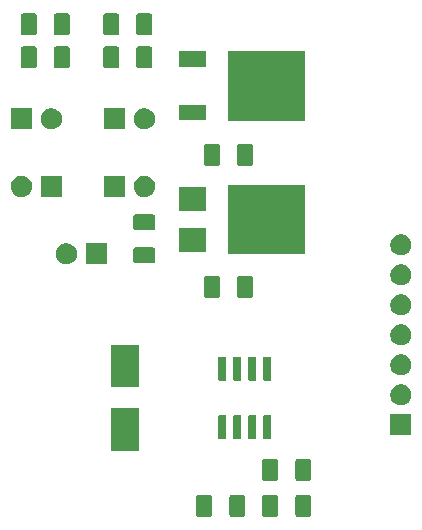
<source format=gbr>
G04 #@! TF.GenerationSoftware,KiCad,Pcbnew,5.1.5-1.fc30*
G04 #@! TF.CreationDate,2020-12-14T14:28:47-06:00*
G04 #@! TF.ProjectId,auxiliary_power,61757869-6c69-4617-9279-5f706f776572,rev?*
G04 #@! TF.SameCoordinates,Original*
G04 #@! TF.FileFunction,Soldermask,Bot*
G04 #@! TF.FilePolarity,Negative*
%FSLAX46Y46*%
G04 Gerber Fmt 4.6, Leading zero omitted, Abs format (unit mm)*
G04 Created by KiCad (PCBNEW 5.1.5-1.fc30) date 2020-12-14 14:28:47*
%MOMM*%
%LPD*%
G04 APERTURE LIST*
%ADD10C,0.100000*%
G04 APERTURE END LIST*
D10*
G36*
X108465604Y-114140347D02*
G01*
X108502144Y-114151432D01*
X108535821Y-114169433D01*
X108565341Y-114193659D01*
X108589567Y-114223179D01*
X108607568Y-114256856D01*
X108618653Y-114293396D01*
X108623000Y-114337538D01*
X108623000Y-115786462D01*
X108618653Y-115830604D01*
X108607568Y-115867144D01*
X108589567Y-115900821D01*
X108565341Y-115930341D01*
X108535821Y-115954567D01*
X108502144Y-115972568D01*
X108465604Y-115983653D01*
X108421462Y-115988000D01*
X107472538Y-115988000D01*
X107428396Y-115983653D01*
X107391856Y-115972568D01*
X107358179Y-115954567D01*
X107328659Y-115930341D01*
X107304433Y-115900821D01*
X107286432Y-115867144D01*
X107275347Y-115830604D01*
X107271000Y-115786462D01*
X107271000Y-114337538D01*
X107275347Y-114293396D01*
X107286432Y-114256856D01*
X107304433Y-114223179D01*
X107328659Y-114193659D01*
X107358179Y-114169433D01*
X107391856Y-114151432D01*
X107428396Y-114140347D01*
X107472538Y-114136000D01*
X108421462Y-114136000D01*
X108465604Y-114140347D01*
G37*
G36*
X114053604Y-114140347D02*
G01*
X114090144Y-114151432D01*
X114123821Y-114169433D01*
X114153341Y-114193659D01*
X114177567Y-114223179D01*
X114195568Y-114256856D01*
X114206653Y-114293396D01*
X114211000Y-114337538D01*
X114211000Y-115786462D01*
X114206653Y-115830604D01*
X114195568Y-115867144D01*
X114177567Y-115900821D01*
X114153341Y-115930341D01*
X114123821Y-115954567D01*
X114090144Y-115972568D01*
X114053604Y-115983653D01*
X114009462Y-115988000D01*
X113060538Y-115988000D01*
X113016396Y-115983653D01*
X112979856Y-115972568D01*
X112946179Y-115954567D01*
X112916659Y-115930341D01*
X112892433Y-115900821D01*
X112874432Y-115867144D01*
X112863347Y-115830604D01*
X112859000Y-115786462D01*
X112859000Y-114337538D01*
X112863347Y-114293396D01*
X112874432Y-114256856D01*
X112892433Y-114223179D01*
X112916659Y-114193659D01*
X112946179Y-114169433D01*
X112979856Y-114151432D01*
X113016396Y-114140347D01*
X113060538Y-114136000D01*
X114009462Y-114136000D01*
X114053604Y-114140347D01*
G37*
G36*
X116853604Y-114140347D02*
G01*
X116890144Y-114151432D01*
X116923821Y-114169433D01*
X116953341Y-114193659D01*
X116977567Y-114223179D01*
X116995568Y-114256856D01*
X117006653Y-114293396D01*
X117011000Y-114337538D01*
X117011000Y-115786462D01*
X117006653Y-115830604D01*
X116995568Y-115867144D01*
X116977567Y-115900821D01*
X116953341Y-115930341D01*
X116923821Y-115954567D01*
X116890144Y-115972568D01*
X116853604Y-115983653D01*
X116809462Y-115988000D01*
X115860538Y-115988000D01*
X115816396Y-115983653D01*
X115779856Y-115972568D01*
X115746179Y-115954567D01*
X115716659Y-115930341D01*
X115692433Y-115900821D01*
X115674432Y-115867144D01*
X115663347Y-115830604D01*
X115659000Y-115786462D01*
X115659000Y-114337538D01*
X115663347Y-114293396D01*
X115674432Y-114256856D01*
X115692433Y-114223179D01*
X115716659Y-114193659D01*
X115746179Y-114169433D01*
X115779856Y-114151432D01*
X115816396Y-114140347D01*
X115860538Y-114136000D01*
X116809462Y-114136000D01*
X116853604Y-114140347D01*
G37*
G36*
X111265604Y-114140347D02*
G01*
X111302144Y-114151432D01*
X111335821Y-114169433D01*
X111365341Y-114193659D01*
X111389567Y-114223179D01*
X111407568Y-114256856D01*
X111418653Y-114293396D01*
X111423000Y-114337538D01*
X111423000Y-115786462D01*
X111418653Y-115830604D01*
X111407568Y-115867144D01*
X111389567Y-115900821D01*
X111365341Y-115930341D01*
X111335821Y-115954567D01*
X111302144Y-115972568D01*
X111265604Y-115983653D01*
X111221462Y-115988000D01*
X110272538Y-115988000D01*
X110228396Y-115983653D01*
X110191856Y-115972568D01*
X110158179Y-115954567D01*
X110128659Y-115930341D01*
X110104433Y-115900821D01*
X110086432Y-115867144D01*
X110075347Y-115830604D01*
X110071000Y-115786462D01*
X110071000Y-114337538D01*
X110075347Y-114293396D01*
X110086432Y-114256856D01*
X110104433Y-114223179D01*
X110128659Y-114193659D01*
X110158179Y-114169433D01*
X110191856Y-114151432D01*
X110228396Y-114140347D01*
X110272538Y-114136000D01*
X111221462Y-114136000D01*
X111265604Y-114140347D01*
G37*
G36*
X116853604Y-111092347D02*
G01*
X116890144Y-111103432D01*
X116923821Y-111121433D01*
X116953341Y-111145659D01*
X116977567Y-111175179D01*
X116995568Y-111208856D01*
X117006653Y-111245396D01*
X117011000Y-111289538D01*
X117011000Y-112738462D01*
X117006653Y-112782604D01*
X116995568Y-112819144D01*
X116977567Y-112852821D01*
X116953341Y-112882341D01*
X116923821Y-112906567D01*
X116890144Y-112924568D01*
X116853604Y-112935653D01*
X116809462Y-112940000D01*
X115860538Y-112940000D01*
X115816396Y-112935653D01*
X115779856Y-112924568D01*
X115746179Y-112906567D01*
X115716659Y-112882341D01*
X115692433Y-112852821D01*
X115674432Y-112819144D01*
X115663347Y-112782604D01*
X115659000Y-112738462D01*
X115659000Y-111289538D01*
X115663347Y-111245396D01*
X115674432Y-111208856D01*
X115692433Y-111175179D01*
X115716659Y-111145659D01*
X115746179Y-111121433D01*
X115779856Y-111103432D01*
X115816396Y-111092347D01*
X115860538Y-111088000D01*
X116809462Y-111088000D01*
X116853604Y-111092347D01*
G37*
G36*
X114053604Y-111092347D02*
G01*
X114090144Y-111103432D01*
X114123821Y-111121433D01*
X114153341Y-111145659D01*
X114177567Y-111175179D01*
X114195568Y-111208856D01*
X114206653Y-111245396D01*
X114211000Y-111289538D01*
X114211000Y-112738462D01*
X114206653Y-112782604D01*
X114195568Y-112819144D01*
X114177567Y-112852821D01*
X114153341Y-112882341D01*
X114123821Y-112906567D01*
X114090144Y-112924568D01*
X114053604Y-112935653D01*
X114009462Y-112940000D01*
X113060538Y-112940000D01*
X113016396Y-112935653D01*
X112979856Y-112924568D01*
X112946179Y-112906567D01*
X112916659Y-112882341D01*
X112892433Y-112852821D01*
X112874432Y-112819144D01*
X112863347Y-112782604D01*
X112859000Y-112738462D01*
X112859000Y-111289538D01*
X112863347Y-111245396D01*
X112874432Y-111208856D01*
X112892433Y-111175179D01*
X112916659Y-111145659D01*
X112946179Y-111121433D01*
X112979856Y-111103432D01*
X113016396Y-111092347D01*
X113060538Y-111088000D01*
X114009462Y-111088000D01*
X114053604Y-111092347D01*
G37*
G36*
X102420000Y-110419000D02*
G01*
X100018000Y-110419000D01*
X100018000Y-106817000D01*
X102420000Y-106817000D01*
X102420000Y-110419000D01*
G37*
G36*
X113543928Y-107369764D02*
G01*
X113565009Y-107376160D01*
X113584445Y-107386548D01*
X113601476Y-107400524D01*
X113615452Y-107417555D01*
X113625840Y-107436991D01*
X113632236Y-107458072D01*
X113635000Y-107486140D01*
X113635000Y-109299860D01*
X113632236Y-109327928D01*
X113625840Y-109349009D01*
X113615452Y-109368445D01*
X113601476Y-109385476D01*
X113584445Y-109399452D01*
X113565009Y-109409840D01*
X113543928Y-109416236D01*
X113515860Y-109419000D01*
X113052140Y-109419000D01*
X113024072Y-109416236D01*
X113002991Y-109409840D01*
X112983555Y-109399452D01*
X112966524Y-109385476D01*
X112952548Y-109368445D01*
X112942160Y-109349009D01*
X112935764Y-109327928D01*
X112933000Y-109299860D01*
X112933000Y-107486140D01*
X112935764Y-107458072D01*
X112942160Y-107436991D01*
X112952548Y-107417555D01*
X112966524Y-107400524D01*
X112983555Y-107386548D01*
X113002991Y-107376160D01*
X113024072Y-107369764D01*
X113052140Y-107367000D01*
X113515860Y-107367000D01*
X113543928Y-107369764D01*
G37*
G36*
X109733928Y-107369764D02*
G01*
X109755009Y-107376160D01*
X109774445Y-107386548D01*
X109791476Y-107400524D01*
X109805452Y-107417555D01*
X109815840Y-107436991D01*
X109822236Y-107458072D01*
X109825000Y-107486140D01*
X109825000Y-109299860D01*
X109822236Y-109327928D01*
X109815840Y-109349009D01*
X109805452Y-109368445D01*
X109791476Y-109385476D01*
X109774445Y-109399452D01*
X109755009Y-109409840D01*
X109733928Y-109416236D01*
X109705860Y-109419000D01*
X109242140Y-109419000D01*
X109214072Y-109416236D01*
X109192991Y-109409840D01*
X109173555Y-109399452D01*
X109156524Y-109385476D01*
X109142548Y-109368445D01*
X109132160Y-109349009D01*
X109125764Y-109327928D01*
X109123000Y-109299860D01*
X109123000Y-107486140D01*
X109125764Y-107458072D01*
X109132160Y-107436991D01*
X109142548Y-107417555D01*
X109156524Y-107400524D01*
X109173555Y-107386548D01*
X109192991Y-107376160D01*
X109214072Y-107369764D01*
X109242140Y-107367000D01*
X109705860Y-107367000D01*
X109733928Y-107369764D01*
G37*
G36*
X111003928Y-107369764D02*
G01*
X111025009Y-107376160D01*
X111044445Y-107386548D01*
X111061476Y-107400524D01*
X111075452Y-107417555D01*
X111085840Y-107436991D01*
X111092236Y-107458072D01*
X111095000Y-107486140D01*
X111095000Y-109299860D01*
X111092236Y-109327928D01*
X111085840Y-109349009D01*
X111075452Y-109368445D01*
X111061476Y-109385476D01*
X111044445Y-109399452D01*
X111025009Y-109409840D01*
X111003928Y-109416236D01*
X110975860Y-109419000D01*
X110512140Y-109419000D01*
X110484072Y-109416236D01*
X110462991Y-109409840D01*
X110443555Y-109399452D01*
X110426524Y-109385476D01*
X110412548Y-109368445D01*
X110402160Y-109349009D01*
X110395764Y-109327928D01*
X110393000Y-109299860D01*
X110393000Y-107486140D01*
X110395764Y-107458072D01*
X110402160Y-107436991D01*
X110412548Y-107417555D01*
X110426524Y-107400524D01*
X110443555Y-107386548D01*
X110462991Y-107376160D01*
X110484072Y-107369764D01*
X110512140Y-107367000D01*
X110975860Y-107367000D01*
X111003928Y-107369764D01*
G37*
G36*
X112273928Y-107369764D02*
G01*
X112295009Y-107376160D01*
X112314445Y-107386548D01*
X112331476Y-107400524D01*
X112345452Y-107417555D01*
X112355840Y-107436991D01*
X112362236Y-107458072D01*
X112365000Y-107486140D01*
X112365000Y-109299860D01*
X112362236Y-109327928D01*
X112355840Y-109349009D01*
X112345452Y-109368445D01*
X112331476Y-109385476D01*
X112314445Y-109399452D01*
X112295009Y-109409840D01*
X112273928Y-109416236D01*
X112245860Y-109419000D01*
X111782140Y-109419000D01*
X111754072Y-109416236D01*
X111732991Y-109409840D01*
X111713555Y-109399452D01*
X111696524Y-109385476D01*
X111682548Y-109368445D01*
X111672160Y-109349009D01*
X111665764Y-109327928D01*
X111663000Y-109299860D01*
X111663000Y-107486140D01*
X111665764Y-107458072D01*
X111672160Y-107436991D01*
X111682548Y-107417555D01*
X111696524Y-107400524D01*
X111713555Y-107386548D01*
X111732991Y-107376160D01*
X111754072Y-107369764D01*
X111782140Y-107367000D01*
X112245860Y-107367000D01*
X112273928Y-107369764D01*
G37*
G36*
X125488000Y-109105000D02*
G01*
X123686000Y-109105000D01*
X123686000Y-107303000D01*
X125488000Y-107303000D01*
X125488000Y-109105000D01*
G37*
G36*
X124700512Y-104767927D02*
G01*
X124849812Y-104797624D01*
X125013784Y-104865544D01*
X125161354Y-104964147D01*
X125286853Y-105089646D01*
X125385456Y-105237216D01*
X125453376Y-105401188D01*
X125488000Y-105575259D01*
X125488000Y-105752741D01*
X125453376Y-105926812D01*
X125385456Y-106090784D01*
X125286853Y-106238354D01*
X125161354Y-106363853D01*
X125013784Y-106462456D01*
X124849812Y-106530376D01*
X124700512Y-106560073D01*
X124675742Y-106565000D01*
X124498258Y-106565000D01*
X124473488Y-106560073D01*
X124324188Y-106530376D01*
X124160216Y-106462456D01*
X124012646Y-106363853D01*
X123887147Y-106238354D01*
X123788544Y-106090784D01*
X123720624Y-105926812D01*
X123686000Y-105752741D01*
X123686000Y-105575259D01*
X123720624Y-105401188D01*
X123788544Y-105237216D01*
X123887147Y-105089646D01*
X124012646Y-104964147D01*
X124160216Y-104865544D01*
X124324188Y-104797624D01*
X124473488Y-104767927D01*
X124498258Y-104763000D01*
X124675742Y-104763000D01*
X124700512Y-104767927D01*
G37*
G36*
X102420000Y-105019000D02*
G01*
X100018000Y-105019000D01*
X100018000Y-101417000D01*
X102420000Y-101417000D01*
X102420000Y-105019000D01*
G37*
G36*
X111003928Y-102419764D02*
G01*
X111025009Y-102426160D01*
X111044445Y-102436548D01*
X111061476Y-102450524D01*
X111075452Y-102467555D01*
X111085840Y-102486991D01*
X111092236Y-102508072D01*
X111095000Y-102536140D01*
X111095000Y-104349860D01*
X111092236Y-104377928D01*
X111085840Y-104399009D01*
X111075452Y-104418445D01*
X111061476Y-104435476D01*
X111044445Y-104449452D01*
X111025009Y-104459840D01*
X111003928Y-104466236D01*
X110975860Y-104469000D01*
X110512140Y-104469000D01*
X110484072Y-104466236D01*
X110462991Y-104459840D01*
X110443555Y-104449452D01*
X110426524Y-104435476D01*
X110412548Y-104418445D01*
X110402160Y-104399009D01*
X110395764Y-104377928D01*
X110393000Y-104349860D01*
X110393000Y-102536140D01*
X110395764Y-102508072D01*
X110402160Y-102486991D01*
X110412548Y-102467555D01*
X110426524Y-102450524D01*
X110443555Y-102436548D01*
X110462991Y-102426160D01*
X110484072Y-102419764D01*
X110512140Y-102417000D01*
X110975860Y-102417000D01*
X111003928Y-102419764D01*
G37*
G36*
X112273928Y-102419764D02*
G01*
X112295009Y-102426160D01*
X112314445Y-102436548D01*
X112331476Y-102450524D01*
X112345452Y-102467555D01*
X112355840Y-102486991D01*
X112362236Y-102508072D01*
X112365000Y-102536140D01*
X112365000Y-104349860D01*
X112362236Y-104377928D01*
X112355840Y-104399009D01*
X112345452Y-104418445D01*
X112331476Y-104435476D01*
X112314445Y-104449452D01*
X112295009Y-104459840D01*
X112273928Y-104466236D01*
X112245860Y-104469000D01*
X111782140Y-104469000D01*
X111754072Y-104466236D01*
X111732991Y-104459840D01*
X111713555Y-104449452D01*
X111696524Y-104435476D01*
X111682548Y-104418445D01*
X111672160Y-104399009D01*
X111665764Y-104377928D01*
X111663000Y-104349860D01*
X111663000Y-102536140D01*
X111665764Y-102508072D01*
X111672160Y-102486991D01*
X111682548Y-102467555D01*
X111696524Y-102450524D01*
X111713555Y-102436548D01*
X111732991Y-102426160D01*
X111754072Y-102419764D01*
X111782140Y-102417000D01*
X112245860Y-102417000D01*
X112273928Y-102419764D01*
G37*
G36*
X109733928Y-102419764D02*
G01*
X109755009Y-102426160D01*
X109774445Y-102436548D01*
X109791476Y-102450524D01*
X109805452Y-102467555D01*
X109815840Y-102486991D01*
X109822236Y-102508072D01*
X109825000Y-102536140D01*
X109825000Y-104349860D01*
X109822236Y-104377928D01*
X109815840Y-104399009D01*
X109805452Y-104418445D01*
X109791476Y-104435476D01*
X109774445Y-104449452D01*
X109755009Y-104459840D01*
X109733928Y-104466236D01*
X109705860Y-104469000D01*
X109242140Y-104469000D01*
X109214072Y-104466236D01*
X109192991Y-104459840D01*
X109173555Y-104449452D01*
X109156524Y-104435476D01*
X109142548Y-104418445D01*
X109132160Y-104399009D01*
X109125764Y-104377928D01*
X109123000Y-104349860D01*
X109123000Y-102536140D01*
X109125764Y-102508072D01*
X109132160Y-102486991D01*
X109142548Y-102467555D01*
X109156524Y-102450524D01*
X109173555Y-102436548D01*
X109192991Y-102426160D01*
X109214072Y-102419764D01*
X109242140Y-102417000D01*
X109705860Y-102417000D01*
X109733928Y-102419764D01*
G37*
G36*
X113543928Y-102419764D02*
G01*
X113565009Y-102426160D01*
X113584445Y-102436548D01*
X113601476Y-102450524D01*
X113615452Y-102467555D01*
X113625840Y-102486991D01*
X113632236Y-102508072D01*
X113635000Y-102536140D01*
X113635000Y-104349860D01*
X113632236Y-104377928D01*
X113625840Y-104399009D01*
X113615452Y-104418445D01*
X113601476Y-104435476D01*
X113584445Y-104449452D01*
X113565009Y-104459840D01*
X113543928Y-104466236D01*
X113515860Y-104469000D01*
X113052140Y-104469000D01*
X113024072Y-104466236D01*
X113002991Y-104459840D01*
X112983555Y-104449452D01*
X112966524Y-104435476D01*
X112952548Y-104418445D01*
X112942160Y-104399009D01*
X112935764Y-104377928D01*
X112933000Y-104349860D01*
X112933000Y-102536140D01*
X112935764Y-102508072D01*
X112942160Y-102486991D01*
X112952548Y-102467555D01*
X112966524Y-102450524D01*
X112983555Y-102436548D01*
X113002991Y-102426160D01*
X113024072Y-102419764D01*
X113052140Y-102417000D01*
X113515860Y-102417000D01*
X113543928Y-102419764D01*
G37*
G36*
X124700512Y-102227927D02*
G01*
X124849812Y-102257624D01*
X125013784Y-102325544D01*
X125161354Y-102424147D01*
X125286853Y-102549646D01*
X125385456Y-102697216D01*
X125453376Y-102861188D01*
X125488000Y-103035259D01*
X125488000Y-103212741D01*
X125453376Y-103386812D01*
X125385456Y-103550784D01*
X125286853Y-103698354D01*
X125161354Y-103823853D01*
X125013784Y-103922456D01*
X124849812Y-103990376D01*
X124700512Y-104020073D01*
X124675742Y-104025000D01*
X124498258Y-104025000D01*
X124473488Y-104020073D01*
X124324188Y-103990376D01*
X124160216Y-103922456D01*
X124012646Y-103823853D01*
X123887147Y-103698354D01*
X123788544Y-103550784D01*
X123720624Y-103386812D01*
X123686000Y-103212741D01*
X123686000Y-103035259D01*
X123720624Y-102861188D01*
X123788544Y-102697216D01*
X123887147Y-102549646D01*
X124012646Y-102424147D01*
X124160216Y-102325544D01*
X124324188Y-102257624D01*
X124473488Y-102227927D01*
X124498258Y-102223000D01*
X124675742Y-102223000D01*
X124700512Y-102227927D01*
G37*
G36*
X124700512Y-99687927D02*
G01*
X124849812Y-99717624D01*
X125013784Y-99785544D01*
X125161354Y-99884147D01*
X125286853Y-100009646D01*
X125385456Y-100157216D01*
X125453376Y-100321188D01*
X125488000Y-100495259D01*
X125488000Y-100672741D01*
X125453376Y-100846812D01*
X125385456Y-101010784D01*
X125286853Y-101158354D01*
X125161354Y-101283853D01*
X125013784Y-101382456D01*
X124849812Y-101450376D01*
X124700512Y-101480073D01*
X124675742Y-101485000D01*
X124498258Y-101485000D01*
X124473488Y-101480073D01*
X124324188Y-101450376D01*
X124160216Y-101382456D01*
X124012646Y-101283853D01*
X123887147Y-101158354D01*
X123788544Y-101010784D01*
X123720624Y-100846812D01*
X123686000Y-100672741D01*
X123686000Y-100495259D01*
X123720624Y-100321188D01*
X123788544Y-100157216D01*
X123887147Y-100009646D01*
X124012646Y-99884147D01*
X124160216Y-99785544D01*
X124324188Y-99717624D01*
X124473488Y-99687927D01*
X124498258Y-99683000D01*
X124675742Y-99683000D01*
X124700512Y-99687927D01*
G37*
G36*
X124700512Y-97147927D02*
G01*
X124849812Y-97177624D01*
X125013784Y-97245544D01*
X125161354Y-97344147D01*
X125286853Y-97469646D01*
X125385456Y-97617216D01*
X125453376Y-97781188D01*
X125488000Y-97955259D01*
X125488000Y-98132741D01*
X125453376Y-98306812D01*
X125385456Y-98470784D01*
X125286853Y-98618354D01*
X125161354Y-98743853D01*
X125013784Y-98842456D01*
X124849812Y-98910376D01*
X124700512Y-98940073D01*
X124675742Y-98945000D01*
X124498258Y-98945000D01*
X124473488Y-98940073D01*
X124324188Y-98910376D01*
X124160216Y-98842456D01*
X124012646Y-98743853D01*
X123887147Y-98618354D01*
X123788544Y-98470784D01*
X123720624Y-98306812D01*
X123686000Y-98132741D01*
X123686000Y-97955259D01*
X123720624Y-97781188D01*
X123788544Y-97617216D01*
X123887147Y-97469646D01*
X124012646Y-97344147D01*
X124160216Y-97245544D01*
X124324188Y-97177624D01*
X124473488Y-97147927D01*
X124498258Y-97143000D01*
X124675742Y-97143000D01*
X124700512Y-97147927D01*
G37*
G36*
X111900604Y-95598347D02*
G01*
X111937144Y-95609432D01*
X111970821Y-95627433D01*
X112000341Y-95651659D01*
X112024567Y-95681179D01*
X112042568Y-95714856D01*
X112053653Y-95751396D01*
X112058000Y-95795538D01*
X112058000Y-97244462D01*
X112053653Y-97288604D01*
X112042568Y-97325144D01*
X112024567Y-97358821D01*
X112000341Y-97388341D01*
X111970821Y-97412567D01*
X111937144Y-97430568D01*
X111900604Y-97441653D01*
X111856462Y-97446000D01*
X110907538Y-97446000D01*
X110863396Y-97441653D01*
X110826856Y-97430568D01*
X110793179Y-97412567D01*
X110763659Y-97388341D01*
X110739433Y-97358821D01*
X110721432Y-97325144D01*
X110710347Y-97288604D01*
X110706000Y-97244462D01*
X110706000Y-95795538D01*
X110710347Y-95751396D01*
X110721432Y-95714856D01*
X110739433Y-95681179D01*
X110763659Y-95651659D01*
X110793179Y-95627433D01*
X110826856Y-95609432D01*
X110863396Y-95598347D01*
X110907538Y-95594000D01*
X111856462Y-95594000D01*
X111900604Y-95598347D01*
G37*
G36*
X109100604Y-95598347D02*
G01*
X109137144Y-95609432D01*
X109170821Y-95627433D01*
X109200341Y-95651659D01*
X109224567Y-95681179D01*
X109242568Y-95714856D01*
X109253653Y-95751396D01*
X109258000Y-95795538D01*
X109258000Y-97244462D01*
X109253653Y-97288604D01*
X109242568Y-97325144D01*
X109224567Y-97358821D01*
X109200341Y-97388341D01*
X109170821Y-97412567D01*
X109137144Y-97430568D01*
X109100604Y-97441653D01*
X109056462Y-97446000D01*
X108107538Y-97446000D01*
X108063396Y-97441653D01*
X108026856Y-97430568D01*
X107993179Y-97412567D01*
X107963659Y-97388341D01*
X107939433Y-97358821D01*
X107921432Y-97325144D01*
X107910347Y-97288604D01*
X107906000Y-97244462D01*
X107906000Y-95795538D01*
X107910347Y-95751396D01*
X107921432Y-95714856D01*
X107939433Y-95681179D01*
X107963659Y-95651659D01*
X107993179Y-95627433D01*
X108026856Y-95609432D01*
X108063396Y-95598347D01*
X108107538Y-95594000D01*
X109056462Y-95594000D01*
X109100604Y-95598347D01*
G37*
G36*
X124700512Y-94607927D02*
G01*
X124849812Y-94637624D01*
X125013784Y-94705544D01*
X125161354Y-94804147D01*
X125286853Y-94929646D01*
X125385456Y-95077216D01*
X125453376Y-95241188D01*
X125488000Y-95415259D01*
X125488000Y-95592741D01*
X125453376Y-95766812D01*
X125385456Y-95930784D01*
X125286853Y-96078354D01*
X125161354Y-96203853D01*
X125013784Y-96302456D01*
X124849812Y-96370376D01*
X124700512Y-96400073D01*
X124675742Y-96405000D01*
X124498258Y-96405000D01*
X124473488Y-96400073D01*
X124324188Y-96370376D01*
X124160216Y-96302456D01*
X124012646Y-96203853D01*
X123887147Y-96078354D01*
X123788544Y-95930784D01*
X123720624Y-95766812D01*
X123686000Y-95592741D01*
X123686000Y-95415259D01*
X123720624Y-95241188D01*
X123788544Y-95077216D01*
X123887147Y-94929646D01*
X124012646Y-94804147D01*
X124160216Y-94705544D01*
X124324188Y-94637624D01*
X124473488Y-94607927D01*
X124498258Y-94603000D01*
X124675742Y-94603000D01*
X124700512Y-94607927D01*
G37*
G36*
X99707000Y-94627000D02*
G01*
X97905000Y-94627000D01*
X97905000Y-92825000D01*
X99707000Y-92825000D01*
X99707000Y-94627000D01*
G37*
G36*
X96379512Y-92829927D02*
G01*
X96528812Y-92859624D01*
X96692784Y-92927544D01*
X96840354Y-93026147D01*
X96965853Y-93151646D01*
X97064456Y-93299216D01*
X97132376Y-93463188D01*
X97167000Y-93637259D01*
X97167000Y-93814741D01*
X97132376Y-93988812D01*
X97064456Y-94152784D01*
X96965853Y-94300354D01*
X96840354Y-94425853D01*
X96692784Y-94524456D01*
X96528812Y-94592376D01*
X96379512Y-94622073D01*
X96354742Y-94627000D01*
X96177258Y-94627000D01*
X96152488Y-94622073D01*
X96003188Y-94592376D01*
X95839216Y-94524456D01*
X95691646Y-94425853D01*
X95566147Y-94300354D01*
X95467544Y-94152784D01*
X95399624Y-93988812D01*
X95365000Y-93814741D01*
X95365000Y-93637259D01*
X95399624Y-93463188D01*
X95467544Y-93299216D01*
X95566147Y-93151646D01*
X95691646Y-93026147D01*
X95839216Y-92927544D01*
X96003188Y-92859624D01*
X96152488Y-92829927D01*
X96177258Y-92825000D01*
X96354742Y-92825000D01*
X96379512Y-92829927D01*
G37*
G36*
X103638604Y-93184347D02*
G01*
X103675144Y-93195432D01*
X103708821Y-93213433D01*
X103738341Y-93237659D01*
X103762567Y-93267179D01*
X103780568Y-93300856D01*
X103791653Y-93337396D01*
X103796000Y-93381538D01*
X103796000Y-94330462D01*
X103791653Y-94374604D01*
X103780568Y-94411144D01*
X103762567Y-94444821D01*
X103738341Y-94474341D01*
X103708821Y-94498567D01*
X103675144Y-94516568D01*
X103638604Y-94527653D01*
X103594462Y-94532000D01*
X102145538Y-94532000D01*
X102101396Y-94527653D01*
X102064856Y-94516568D01*
X102031179Y-94498567D01*
X102001659Y-94474341D01*
X101977433Y-94444821D01*
X101959432Y-94411144D01*
X101948347Y-94374604D01*
X101944000Y-94330462D01*
X101944000Y-93381538D01*
X101948347Y-93337396D01*
X101959432Y-93300856D01*
X101977433Y-93267179D01*
X102001659Y-93237659D01*
X102031179Y-93213433D01*
X102064856Y-93195432D01*
X102101396Y-93184347D01*
X102145538Y-93180000D01*
X103594462Y-93180000D01*
X103638604Y-93184347D01*
G37*
G36*
X124700512Y-92067927D02*
G01*
X124849812Y-92097624D01*
X125013784Y-92165544D01*
X125161354Y-92264147D01*
X125286853Y-92389646D01*
X125385456Y-92537216D01*
X125453376Y-92701188D01*
X125488000Y-92875259D01*
X125488000Y-93052741D01*
X125453376Y-93226812D01*
X125385456Y-93390784D01*
X125286853Y-93538354D01*
X125161354Y-93663853D01*
X125013784Y-93762456D01*
X124849812Y-93830376D01*
X124700512Y-93860073D01*
X124675742Y-93865000D01*
X124498258Y-93865000D01*
X124473488Y-93860073D01*
X124324188Y-93830376D01*
X124160216Y-93762456D01*
X124012646Y-93663853D01*
X123887147Y-93538354D01*
X123788544Y-93390784D01*
X123720624Y-93226812D01*
X123686000Y-93052741D01*
X123686000Y-92875259D01*
X123720624Y-92701188D01*
X123788544Y-92537216D01*
X123887147Y-92389646D01*
X124012646Y-92264147D01*
X124160216Y-92165544D01*
X124324188Y-92097624D01*
X124473488Y-92067927D01*
X124498258Y-92063000D01*
X124675742Y-92063000D01*
X124700512Y-92067927D01*
G37*
G36*
X116485000Y-93759000D02*
G01*
X109983000Y-93759000D01*
X109983000Y-87857000D01*
X116485000Y-87857000D01*
X116485000Y-93759000D01*
G37*
G36*
X108085000Y-93539000D02*
G01*
X105783000Y-93539000D01*
X105783000Y-91497000D01*
X108085000Y-91497000D01*
X108085000Y-93539000D01*
G37*
G36*
X103638604Y-90384347D02*
G01*
X103675144Y-90395432D01*
X103708821Y-90413433D01*
X103738341Y-90437659D01*
X103762567Y-90467179D01*
X103780568Y-90500856D01*
X103791653Y-90537396D01*
X103796000Y-90581538D01*
X103796000Y-91530462D01*
X103791653Y-91574604D01*
X103780568Y-91611144D01*
X103762567Y-91644821D01*
X103738341Y-91674341D01*
X103708821Y-91698567D01*
X103675144Y-91716568D01*
X103638604Y-91727653D01*
X103594462Y-91732000D01*
X102145538Y-91732000D01*
X102101396Y-91727653D01*
X102064856Y-91716568D01*
X102031179Y-91698567D01*
X102001659Y-91674341D01*
X101977433Y-91644821D01*
X101959432Y-91611144D01*
X101948347Y-91574604D01*
X101944000Y-91530462D01*
X101944000Y-90581538D01*
X101948347Y-90537396D01*
X101959432Y-90500856D01*
X101977433Y-90467179D01*
X102001659Y-90437659D01*
X102031179Y-90413433D01*
X102064856Y-90395432D01*
X102101396Y-90384347D01*
X102145538Y-90380000D01*
X103594462Y-90380000D01*
X103638604Y-90384347D01*
G37*
G36*
X108085000Y-90119000D02*
G01*
X105783000Y-90119000D01*
X105783000Y-88077000D01*
X108085000Y-88077000D01*
X108085000Y-90119000D01*
G37*
G36*
X92569512Y-87114927D02*
G01*
X92718812Y-87144624D01*
X92882784Y-87212544D01*
X93030354Y-87311147D01*
X93155853Y-87436646D01*
X93254456Y-87584216D01*
X93322376Y-87748188D01*
X93357000Y-87922259D01*
X93357000Y-88099741D01*
X93322376Y-88273812D01*
X93254456Y-88437784D01*
X93155853Y-88585354D01*
X93030354Y-88710853D01*
X92882784Y-88809456D01*
X92718812Y-88877376D01*
X92569512Y-88907073D01*
X92544742Y-88912000D01*
X92367258Y-88912000D01*
X92342488Y-88907073D01*
X92193188Y-88877376D01*
X92029216Y-88809456D01*
X91881646Y-88710853D01*
X91756147Y-88585354D01*
X91657544Y-88437784D01*
X91589624Y-88273812D01*
X91555000Y-88099741D01*
X91555000Y-87922259D01*
X91589624Y-87748188D01*
X91657544Y-87584216D01*
X91756147Y-87436646D01*
X91881646Y-87311147D01*
X92029216Y-87212544D01*
X92193188Y-87144624D01*
X92342488Y-87114927D01*
X92367258Y-87110000D01*
X92544742Y-87110000D01*
X92569512Y-87114927D01*
G37*
G36*
X95897000Y-88912000D02*
G01*
X94095000Y-88912000D01*
X94095000Y-87110000D01*
X95897000Y-87110000D01*
X95897000Y-88912000D01*
G37*
G36*
X102983512Y-87114927D02*
G01*
X103132812Y-87144624D01*
X103296784Y-87212544D01*
X103444354Y-87311147D01*
X103569853Y-87436646D01*
X103668456Y-87584216D01*
X103736376Y-87748188D01*
X103771000Y-87922259D01*
X103771000Y-88099741D01*
X103736376Y-88273812D01*
X103668456Y-88437784D01*
X103569853Y-88585354D01*
X103444354Y-88710853D01*
X103296784Y-88809456D01*
X103132812Y-88877376D01*
X102983512Y-88907073D01*
X102958742Y-88912000D01*
X102781258Y-88912000D01*
X102756488Y-88907073D01*
X102607188Y-88877376D01*
X102443216Y-88809456D01*
X102295646Y-88710853D01*
X102170147Y-88585354D01*
X102071544Y-88437784D01*
X102003624Y-88273812D01*
X101969000Y-88099741D01*
X101969000Y-87922259D01*
X102003624Y-87748188D01*
X102071544Y-87584216D01*
X102170147Y-87436646D01*
X102295646Y-87311147D01*
X102443216Y-87212544D01*
X102607188Y-87144624D01*
X102756488Y-87114927D01*
X102781258Y-87110000D01*
X102958742Y-87110000D01*
X102983512Y-87114927D01*
G37*
G36*
X101231000Y-88912000D02*
G01*
X99429000Y-88912000D01*
X99429000Y-87110000D01*
X101231000Y-87110000D01*
X101231000Y-88912000D01*
G37*
G36*
X111900604Y-84422347D02*
G01*
X111937144Y-84433432D01*
X111970821Y-84451433D01*
X112000341Y-84475659D01*
X112024567Y-84505179D01*
X112042568Y-84538856D01*
X112053653Y-84575396D01*
X112058000Y-84619538D01*
X112058000Y-86068462D01*
X112053653Y-86112604D01*
X112042568Y-86149144D01*
X112024567Y-86182821D01*
X112000341Y-86212341D01*
X111970821Y-86236567D01*
X111937144Y-86254568D01*
X111900604Y-86265653D01*
X111856462Y-86270000D01*
X110907538Y-86270000D01*
X110863396Y-86265653D01*
X110826856Y-86254568D01*
X110793179Y-86236567D01*
X110763659Y-86212341D01*
X110739433Y-86182821D01*
X110721432Y-86149144D01*
X110710347Y-86112604D01*
X110706000Y-86068462D01*
X110706000Y-84619538D01*
X110710347Y-84575396D01*
X110721432Y-84538856D01*
X110739433Y-84505179D01*
X110763659Y-84475659D01*
X110793179Y-84451433D01*
X110826856Y-84433432D01*
X110863396Y-84422347D01*
X110907538Y-84418000D01*
X111856462Y-84418000D01*
X111900604Y-84422347D01*
G37*
G36*
X109100604Y-84422347D02*
G01*
X109137144Y-84433432D01*
X109170821Y-84451433D01*
X109200341Y-84475659D01*
X109224567Y-84505179D01*
X109242568Y-84538856D01*
X109253653Y-84575396D01*
X109258000Y-84619538D01*
X109258000Y-86068462D01*
X109253653Y-86112604D01*
X109242568Y-86149144D01*
X109224567Y-86182821D01*
X109200341Y-86212341D01*
X109170821Y-86236567D01*
X109137144Y-86254568D01*
X109100604Y-86265653D01*
X109056462Y-86270000D01*
X108107538Y-86270000D01*
X108063396Y-86265653D01*
X108026856Y-86254568D01*
X107993179Y-86236567D01*
X107963659Y-86212341D01*
X107939433Y-86182821D01*
X107921432Y-86149144D01*
X107910347Y-86112604D01*
X107906000Y-86068462D01*
X107906000Y-84619538D01*
X107910347Y-84575396D01*
X107921432Y-84538856D01*
X107939433Y-84505179D01*
X107963659Y-84475659D01*
X107993179Y-84451433D01*
X108026856Y-84433432D01*
X108063396Y-84422347D01*
X108107538Y-84418000D01*
X109056462Y-84418000D01*
X109100604Y-84422347D01*
G37*
G36*
X101231000Y-83197000D02*
G01*
X99429000Y-83197000D01*
X99429000Y-81395000D01*
X101231000Y-81395000D01*
X101231000Y-83197000D01*
G37*
G36*
X95109512Y-81399927D02*
G01*
X95258812Y-81429624D01*
X95422784Y-81497544D01*
X95570354Y-81596147D01*
X95695853Y-81721646D01*
X95794456Y-81869216D01*
X95862376Y-82033188D01*
X95897000Y-82207259D01*
X95897000Y-82384741D01*
X95862376Y-82558812D01*
X95794456Y-82722784D01*
X95695853Y-82870354D01*
X95570354Y-82995853D01*
X95422784Y-83094456D01*
X95258812Y-83162376D01*
X95109512Y-83192073D01*
X95084742Y-83197000D01*
X94907258Y-83197000D01*
X94882488Y-83192073D01*
X94733188Y-83162376D01*
X94569216Y-83094456D01*
X94421646Y-82995853D01*
X94296147Y-82870354D01*
X94197544Y-82722784D01*
X94129624Y-82558812D01*
X94095000Y-82384741D01*
X94095000Y-82207259D01*
X94129624Y-82033188D01*
X94197544Y-81869216D01*
X94296147Y-81721646D01*
X94421646Y-81596147D01*
X94569216Y-81497544D01*
X94733188Y-81429624D01*
X94882488Y-81399927D01*
X94907258Y-81395000D01*
X95084742Y-81395000D01*
X95109512Y-81399927D01*
G37*
G36*
X102983512Y-81399927D02*
G01*
X103132812Y-81429624D01*
X103296784Y-81497544D01*
X103444354Y-81596147D01*
X103569853Y-81721646D01*
X103668456Y-81869216D01*
X103736376Y-82033188D01*
X103771000Y-82207259D01*
X103771000Y-82384741D01*
X103736376Y-82558812D01*
X103668456Y-82722784D01*
X103569853Y-82870354D01*
X103444354Y-82995853D01*
X103296784Y-83094456D01*
X103132812Y-83162376D01*
X102983512Y-83192073D01*
X102958742Y-83197000D01*
X102781258Y-83197000D01*
X102756488Y-83192073D01*
X102607188Y-83162376D01*
X102443216Y-83094456D01*
X102295646Y-82995853D01*
X102170147Y-82870354D01*
X102071544Y-82722784D01*
X102003624Y-82558812D01*
X101969000Y-82384741D01*
X101969000Y-82207259D01*
X102003624Y-82033188D01*
X102071544Y-81869216D01*
X102170147Y-81721646D01*
X102295646Y-81596147D01*
X102443216Y-81497544D01*
X102607188Y-81429624D01*
X102756488Y-81399927D01*
X102781258Y-81395000D01*
X102958742Y-81395000D01*
X102983512Y-81399927D01*
G37*
G36*
X93357000Y-83197000D02*
G01*
X91555000Y-83197000D01*
X91555000Y-81395000D01*
X93357000Y-81395000D01*
X93357000Y-83197000D01*
G37*
G36*
X116476000Y-82453000D02*
G01*
X109974000Y-82453000D01*
X109974000Y-76551000D01*
X116476000Y-76551000D01*
X116476000Y-82453000D01*
G37*
G36*
X108076000Y-82433000D02*
G01*
X105774000Y-82433000D01*
X105774000Y-81131000D01*
X108076000Y-81131000D01*
X108076000Y-82433000D01*
G37*
G36*
X100591604Y-76167347D02*
G01*
X100628144Y-76178432D01*
X100661821Y-76196433D01*
X100691341Y-76220659D01*
X100715567Y-76250179D01*
X100733568Y-76283856D01*
X100744653Y-76320396D01*
X100749000Y-76364538D01*
X100749000Y-77813462D01*
X100744653Y-77857604D01*
X100733568Y-77894144D01*
X100715567Y-77927821D01*
X100691341Y-77957341D01*
X100661821Y-77981567D01*
X100628144Y-77999568D01*
X100591604Y-78010653D01*
X100547462Y-78015000D01*
X99598538Y-78015000D01*
X99554396Y-78010653D01*
X99517856Y-77999568D01*
X99484179Y-77981567D01*
X99454659Y-77957341D01*
X99430433Y-77927821D01*
X99412432Y-77894144D01*
X99401347Y-77857604D01*
X99397000Y-77813462D01*
X99397000Y-76364538D01*
X99401347Y-76320396D01*
X99412432Y-76283856D01*
X99430433Y-76250179D01*
X99454659Y-76220659D01*
X99484179Y-76196433D01*
X99517856Y-76178432D01*
X99554396Y-76167347D01*
X99598538Y-76163000D01*
X100547462Y-76163000D01*
X100591604Y-76167347D01*
G37*
G36*
X103391604Y-76167347D02*
G01*
X103428144Y-76178432D01*
X103461821Y-76196433D01*
X103491341Y-76220659D01*
X103515567Y-76250179D01*
X103533568Y-76283856D01*
X103544653Y-76320396D01*
X103549000Y-76364538D01*
X103549000Y-77813462D01*
X103544653Y-77857604D01*
X103533568Y-77894144D01*
X103515567Y-77927821D01*
X103491341Y-77957341D01*
X103461821Y-77981567D01*
X103428144Y-77999568D01*
X103391604Y-78010653D01*
X103347462Y-78015000D01*
X102398538Y-78015000D01*
X102354396Y-78010653D01*
X102317856Y-77999568D01*
X102284179Y-77981567D01*
X102254659Y-77957341D01*
X102230433Y-77927821D01*
X102212432Y-77894144D01*
X102201347Y-77857604D01*
X102197000Y-77813462D01*
X102197000Y-76364538D01*
X102201347Y-76320396D01*
X102212432Y-76283856D01*
X102230433Y-76250179D01*
X102254659Y-76220659D01*
X102284179Y-76196433D01*
X102317856Y-76178432D01*
X102354396Y-76167347D01*
X102398538Y-76163000D01*
X103347462Y-76163000D01*
X103391604Y-76167347D01*
G37*
G36*
X96406604Y-76167347D02*
G01*
X96443144Y-76178432D01*
X96476821Y-76196433D01*
X96506341Y-76220659D01*
X96530567Y-76250179D01*
X96548568Y-76283856D01*
X96559653Y-76320396D01*
X96564000Y-76364538D01*
X96564000Y-77813462D01*
X96559653Y-77857604D01*
X96548568Y-77894144D01*
X96530567Y-77927821D01*
X96506341Y-77957341D01*
X96476821Y-77981567D01*
X96443144Y-77999568D01*
X96406604Y-78010653D01*
X96362462Y-78015000D01*
X95413538Y-78015000D01*
X95369396Y-78010653D01*
X95332856Y-77999568D01*
X95299179Y-77981567D01*
X95269659Y-77957341D01*
X95245433Y-77927821D01*
X95227432Y-77894144D01*
X95216347Y-77857604D01*
X95212000Y-77813462D01*
X95212000Y-76364538D01*
X95216347Y-76320396D01*
X95227432Y-76283856D01*
X95245433Y-76250179D01*
X95269659Y-76220659D01*
X95299179Y-76196433D01*
X95332856Y-76178432D01*
X95369396Y-76167347D01*
X95413538Y-76163000D01*
X96362462Y-76163000D01*
X96406604Y-76167347D01*
G37*
G36*
X93606604Y-76167347D02*
G01*
X93643144Y-76178432D01*
X93676821Y-76196433D01*
X93706341Y-76220659D01*
X93730567Y-76250179D01*
X93748568Y-76283856D01*
X93759653Y-76320396D01*
X93764000Y-76364538D01*
X93764000Y-77813462D01*
X93759653Y-77857604D01*
X93748568Y-77894144D01*
X93730567Y-77927821D01*
X93706341Y-77957341D01*
X93676821Y-77981567D01*
X93643144Y-77999568D01*
X93606604Y-78010653D01*
X93562462Y-78015000D01*
X92613538Y-78015000D01*
X92569396Y-78010653D01*
X92532856Y-77999568D01*
X92499179Y-77981567D01*
X92469659Y-77957341D01*
X92445433Y-77927821D01*
X92427432Y-77894144D01*
X92416347Y-77857604D01*
X92412000Y-77813462D01*
X92412000Y-76364538D01*
X92416347Y-76320396D01*
X92427432Y-76283856D01*
X92445433Y-76250179D01*
X92469659Y-76220659D01*
X92499179Y-76196433D01*
X92532856Y-76178432D01*
X92569396Y-76167347D01*
X92613538Y-76163000D01*
X93562462Y-76163000D01*
X93606604Y-76167347D01*
G37*
G36*
X108076000Y-77873000D02*
G01*
X105774000Y-77873000D01*
X105774000Y-76571000D01*
X108076000Y-76571000D01*
X108076000Y-77873000D01*
G37*
G36*
X103391604Y-73373347D02*
G01*
X103428144Y-73384432D01*
X103461821Y-73402433D01*
X103491341Y-73426659D01*
X103515567Y-73456179D01*
X103533568Y-73489856D01*
X103544653Y-73526396D01*
X103549000Y-73570538D01*
X103549000Y-75019462D01*
X103544653Y-75063604D01*
X103533568Y-75100144D01*
X103515567Y-75133821D01*
X103491341Y-75163341D01*
X103461821Y-75187567D01*
X103428144Y-75205568D01*
X103391604Y-75216653D01*
X103347462Y-75221000D01*
X102398538Y-75221000D01*
X102354396Y-75216653D01*
X102317856Y-75205568D01*
X102284179Y-75187567D01*
X102254659Y-75163341D01*
X102230433Y-75133821D01*
X102212432Y-75100144D01*
X102201347Y-75063604D01*
X102197000Y-75019462D01*
X102197000Y-73570538D01*
X102201347Y-73526396D01*
X102212432Y-73489856D01*
X102230433Y-73456179D01*
X102254659Y-73426659D01*
X102284179Y-73402433D01*
X102317856Y-73384432D01*
X102354396Y-73373347D01*
X102398538Y-73369000D01*
X103347462Y-73369000D01*
X103391604Y-73373347D01*
G37*
G36*
X96406604Y-73373347D02*
G01*
X96443144Y-73384432D01*
X96476821Y-73402433D01*
X96506341Y-73426659D01*
X96530567Y-73456179D01*
X96548568Y-73489856D01*
X96559653Y-73526396D01*
X96564000Y-73570538D01*
X96564000Y-75019462D01*
X96559653Y-75063604D01*
X96548568Y-75100144D01*
X96530567Y-75133821D01*
X96506341Y-75163341D01*
X96476821Y-75187567D01*
X96443144Y-75205568D01*
X96406604Y-75216653D01*
X96362462Y-75221000D01*
X95413538Y-75221000D01*
X95369396Y-75216653D01*
X95332856Y-75205568D01*
X95299179Y-75187567D01*
X95269659Y-75163341D01*
X95245433Y-75133821D01*
X95227432Y-75100144D01*
X95216347Y-75063604D01*
X95212000Y-75019462D01*
X95212000Y-73570538D01*
X95216347Y-73526396D01*
X95227432Y-73489856D01*
X95245433Y-73456179D01*
X95269659Y-73426659D01*
X95299179Y-73402433D01*
X95332856Y-73384432D01*
X95369396Y-73373347D01*
X95413538Y-73369000D01*
X96362462Y-73369000D01*
X96406604Y-73373347D01*
G37*
G36*
X93606604Y-73373347D02*
G01*
X93643144Y-73384432D01*
X93676821Y-73402433D01*
X93706341Y-73426659D01*
X93730567Y-73456179D01*
X93748568Y-73489856D01*
X93759653Y-73526396D01*
X93764000Y-73570538D01*
X93764000Y-75019462D01*
X93759653Y-75063604D01*
X93748568Y-75100144D01*
X93730567Y-75133821D01*
X93706341Y-75163341D01*
X93676821Y-75187567D01*
X93643144Y-75205568D01*
X93606604Y-75216653D01*
X93562462Y-75221000D01*
X92613538Y-75221000D01*
X92569396Y-75216653D01*
X92532856Y-75205568D01*
X92499179Y-75187567D01*
X92469659Y-75163341D01*
X92445433Y-75133821D01*
X92427432Y-75100144D01*
X92416347Y-75063604D01*
X92412000Y-75019462D01*
X92412000Y-73570538D01*
X92416347Y-73526396D01*
X92427432Y-73489856D01*
X92445433Y-73456179D01*
X92469659Y-73426659D01*
X92499179Y-73402433D01*
X92532856Y-73384432D01*
X92569396Y-73373347D01*
X92613538Y-73369000D01*
X93562462Y-73369000D01*
X93606604Y-73373347D01*
G37*
G36*
X100591604Y-73373347D02*
G01*
X100628144Y-73384432D01*
X100661821Y-73402433D01*
X100691341Y-73426659D01*
X100715567Y-73456179D01*
X100733568Y-73489856D01*
X100744653Y-73526396D01*
X100749000Y-73570538D01*
X100749000Y-75019462D01*
X100744653Y-75063604D01*
X100733568Y-75100144D01*
X100715567Y-75133821D01*
X100691341Y-75163341D01*
X100661821Y-75187567D01*
X100628144Y-75205568D01*
X100591604Y-75216653D01*
X100547462Y-75221000D01*
X99598538Y-75221000D01*
X99554396Y-75216653D01*
X99517856Y-75205568D01*
X99484179Y-75187567D01*
X99454659Y-75163341D01*
X99430433Y-75133821D01*
X99412432Y-75100144D01*
X99401347Y-75063604D01*
X99397000Y-75019462D01*
X99397000Y-73570538D01*
X99401347Y-73526396D01*
X99412432Y-73489856D01*
X99430433Y-73456179D01*
X99454659Y-73426659D01*
X99484179Y-73402433D01*
X99517856Y-73384432D01*
X99554396Y-73373347D01*
X99598538Y-73369000D01*
X100547462Y-73369000D01*
X100591604Y-73373347D01*
G37*
M02*

</source>
